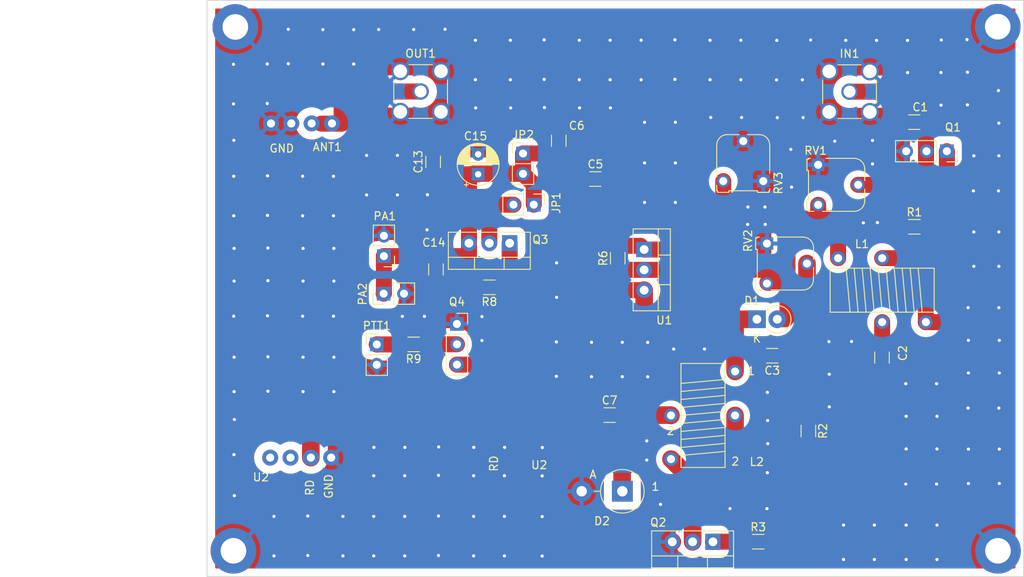
<source format=kicad_pcb>
(kicad_pcb (version 20211014) (generator pcbnew)
  (layers (0 "F.Cu" signal) (31 "B.Cu" signal) (35 "F.Paste" user) (37 "F.SilkS" user "F.Silkscreen") (38 "B.Mask" user) (39 "F.Mask" user) (44 "Edge.Cuts" user))
  (net 0 "")
  (net 1 "GND")
  (net 2 "+VDC")
  (net 3 "Net-(OUT1-Pad1)")
  (net 4 "Net-(C3-Pad1)")
  (net 5 "/DC_BIAS_1")
  (net 6 "/RF_IN_200mW")
  (net 7 "Net-(Q2-Pad1)")
  (net 8 "Net-(R1-Pad1)")
  (net 9 "Net-(C7-Pad2)")
  (net 10 "/8-10mW")
  (net 11 "/RF_OUT")
  (net 12 "/DRAIN")
  (net 15 "Net-(R6-Pad2)")
  (net 16 "Net-(JP1-Pad2)")
  (net 17 "Net-(PTT1-Pad1)")
  (net 18 "Net-(D1-Pad2)")
  (net 19 "Net-(Q3-Pad1)")
  (net 20 "Net-(Q4-Pad2)")
  (net 21 "Net-(L1-Pad3)")
  (net 22 "Net-(Q1-Pad1)")
  (footprint "footprints:uSDX_LPF_Band_Module" (layer "F.Cu") (at -3.255 85.385 90)
    (fp_text reference "U2" (at 0.351 32.345) (layer "F.SilkS"))
    (fp_text value "uSDX_LPF_BAND_MODULE (100v caps)" hide)
    (fp_text user "GND" (at 41.455 34.945) (layer "F.SilkS"))
    (fp_text user "GND" (at -0.795 40.815 270) (layer "F.SilkS"))
    (fp_text user "ANT1" (at 41.635 40.635) (layer "F.SilkS"))
    (pad "1" thru_hole circle (at 2.8 33.5 270) (size 2 2) (drill 1.016) (layers *.Cu *.Mask))
    (pad "2" thru_hole circle (at 2.8 36.04 270) (size 2 2) (drill 1.016) (layers *.Cu *.Mask))
    (pad "3" thru_hole circle (at 2.8 38.58 270) (size 2 2) (drill 1.016) (layers *.Cu *.Mask) (net 11 "/RF_OUT"))
    (pad "4" thru_hole circle (at 2.8 41.12 270) (size 2 2) (drill 1.016) (layers *.Cu *.Mask) (net 1 "GND"))
    (pad "5" thru_hole circle (at 44.58 41.22 270) (size 2 2) (drill 1.016) (layers *.Cu *.Mask) (net 3 "Net-(OUT1-Pad1)"))
    (pad "6" thru_hole circle (at 44.58 38.68 270) (size 2 2) (drill 1.016) (layers *.Cu *.Mask) (net 3 "Net-(OUT1-Pad1)"))
    (pad "7" thru_hole circle (at 44.58 36.14 270) (size 2 2) (drill 1.016) (layers *.Cu *.Mask) (net 1 "GND"))
    (pad "8" thru_hole circle (at 44.58 33.6 270) (size 2 2) (drill 1.016) (layers *.Cu *.Mask) (net 1 "GND"))
  )
  (footprint "Resistor_SMD:R_1206_3216Metric_Pad1.30x1.75mm_HandSolder" (layer "F.Cu") (at 91.21 93.095)
    (fp_text reference "R3" (at 0 -1.82) (layer "F.SilkS"))
    (fp_text value "10")
    (pad "1" smd roundrect (at -1.55 0) (size 1.3 1.75) (layers "F.Cu" "F.Paste" "F.Mask") (roundrect_rratio 0.1923076923) (net 7 "Net-(Q2-Pad1)"))
    (pad "2" smd roundrect (at 1.55 0) (size 1.3 1.75) (layers "F.Cu" "F.Paste" "F.Mask") (roundrect_rratio 0.1923076923) (net 6 "/RF_IN_200mW"))
  )
  (footprint "Capacitor_SMD:C_1206_3216Metric_Pad1.33x1.80mm_HandSolder" (layer "F.Cu") (at 106.67 70.08 90)
    (fp_text reference "C2" (at 0.56 2.6 90) (layer "F.SilkS"))
    (fp_text value "100nF" hide)
    (pad "1" smd roundrect (at -1.5625 0 90) (size 1.325 1.8) (layers "F.Cu" "F.Paste" "F.Mask") (roundrect_rratio 0.1886792453) (net 6 "/RF_IN_200mW"))
    (pad "2" smd roundrect (at 1.5625 0 90) (size 1.325 1.8) (layers "F.Cu" "F.Paste" "F.Mask") (roundrect_rratio 0.1886792453) (net 21 "Net-(L1-Pad3)"))
  )
  (footprint "Capacitor_SMD:C_1206_3216Metric_Pad1.33x1.80mm_HandSolder" (layer "F.Cu") (at 72.644 77.27)
    (fp_text reference "C7" (at 0 -1.85) (layer "F.SilkS"))
    (fp_text value "100nF 100v" hide)
    (pad "1" smd roundrect (at -1.5625 0) (size 1.325 1.8) (layers "F.Cu" "F.Paste" "F.Mask") (roundrect_rratio 0.1886792453) (net 11 "/RF_OUT"))
    (pad "2" smd roundrect (at 1.5625 0) (size 1.325 1.8) (layers "F.Cu" "F.Paste" "F.Mask") (roundrect_rratio 0.1886792453) (net 9 "Net-(C7-Pad2)"))
  )
  (footprint "Package_TO_SOT_THT:TO-220-3_Vertical" (layer "F.Cu") (at 85.555 93.11 180)
    (fp_text reference "Q2" (at 6.842 2.419) (layer "F.SilkS"))
    (fp_text value "IRF510" hide)
    (pad "1" thru_hole rect locked (at 0 0 180) (size 1.905 2) (drill 1.1) (layers *.Cu *.Mask) (net 7 "Net-(Q2-Pad1)"))
    (pad "2" thru_hole oval locked (at 2.54 0 180) (size 1.905 2) (drill 1.1) (layers *.Cu *.Mask) (net 12 "/DRAIN"))
    (pad "3" thru_hole oval locked (at 5.08 0 180) (size 1.905 2) (drill 1.1) (layers *.Cu *.Mask) (net 1 "GND"))
  )
  (footprint "Resistor_SMD:R_1206_3216Metric_Pad1.30x1.75mm_HandSolder" (layer "F.Cu") (at 97.475 79.26 -90)
    (fp_text reference "R2" (at 0 -1.82 -90) (layer "F.SilkS"))
    (fp_text value "3.3k" hide)
    (pad "1" smd roundrect (at -1.55 0 270) (size 1.3 1.75) (layers "F.Cu" "F.Paste" "F.Mask") (roundrect_rratio 0.1923076923) (net 4 "Net-(C3-Pad1)"))
    (pad "2" smd roundrect (at 1.55 0 270) (size 1.3 1.75) (layers "F.Cu" "F.Paste" "F.Mask") (roundrect_rratio 0.1923076923) (net 6 "/RF_IN_200mW"))
  )
  (footprint "Capacitor_SMD:C_1206_3216Metric_Pad1.33x1.80mm_HandSolder" (layer "F.Cu") (at 110.7055 40.64 180)
    (fp_text reference "C1" (at -0.7445 1.87 180) (layer "F.SilkS"))
    (fp_text value "100nF" hide)
    (pad "1" smd roundrect (at -1.5625 0 180) (size 1.325 1.8) (layers "F.Cu" "F.Paste" "F.Mask") (roundrect_rratio 0.1886792453) (net 5 "/DC_BIAS_1"))
    (pad "2" smd roundrect (at 1.5625 0 180) (size 1.325 1.8) (layers "F.Cu" "F.Paste" "F.Mask") (roundrect_rratio 0.1886792453) (net 10 "/8-10mW"))
  )
  (footprint "Connector_PinSocket_2.54mm:PinSocket_1x03_P2.54mm_Vertical" (layer "F.Cu") (at 114.775 44.275 -90)
    (fp_text reference "Q1" (at -2.985 -0.76 180) (layer "F.SilkS"))
    (fp_text value "BS170" hide)
    (pad "1" thru_hole rect locked (at 0 0 270) (size 1.7 1.7) (drill 1) (layers *.Cu *.Mask) (net 22 "Net-(Q1-Pad1)"))
    (pad "2" thru_hole oval locked (at 0 2.54 270) (size 1.7 1.7) (drill 1) (layers *.Cu *.Mask) (net 5 "/DC_BIAS_1"))
    (pad "3" thru_hole oval locked (at 0 5.08 270) (size 1.7 1.7) (drill 1) (layers *.Cu *.Mask) (net 1 "GND"))
  )
  (footprint "Resistor_SMD:R_1206_3216Metric_Pad1.30x1.75mm_HandSolder" (layer "F.Cu") (at 110.718 53.725)
    (fp_text reference "R1" (at 0 -1.82) (layer "F.SilkS"))
    (fp_text value "4.7k")
    (pad "1" smd roundrect (at -1.55 0) (size 1.3 1.75) (layers "F.Cu" "F.Paste" "F.Mask") (roundrect_rratio 0.1923076923) (net 8 "Net-(R1-Pad1)"))
    (pad "2" smd roundrect (at 1.55 0) (size 1.3 1.75) (layers "F.Cu" "F.Paste" "F.Mask") (roundrect_rratio 0.1923076923) (net 5 "/DC_BIAS_1"))
  )
  (footprint "footprints:FT50-43 Transformer" (layer "F.Cu") (at 114.69 61.645 -90)
    (fp_text reference "L1" (at -5.765 10.51 unlocked) (layer "F.SilkS"))
    (fp_text value "L_Ferrite_Coupled" hide)
    (pad "1" thru_hole circle locked (at 4 2.54 270) (size 1.7 1.7) (drill 1) (layers *.Cu *.Mask) (net 22 "Net-(Q1-Pad1)"))
    (pad "2" thru_hole circle locked (at -4 13.5 270) (size 1.7 1.7) (drill 1) (layers *.Cu *.Mask) (net 18 "Net-(D1-Pad2)"))
    (pad "3" thru_hole circle locked (at 4 8 270) (size 1.7 1.7) (drill 1) (layers *.Cu *.Mask) (net 21 "Net-(L1-Pad3)"))
    (pad "4" thru_hole circle locked (at -4 8 270) (size 1.7 1.7) (drill 1) (layers *.Cu *.Mask) (net 22 "Net-(Q1-Pad1)"))
  )
  (footprint "Diode_THT:D_DO-41_SOD81_P2.54mm_Vertical_KathodeUp" (layer "F.Cu") (at 91.05 65.285)
    (fp_text reference "D1" (at -0.61 -2.325) (layer "F.SilkS"))
    (fp_text value "1N4007" hide)
    (fp_text user "K" (at -0.01 2.415) (layer "F.SilkS"))
    (pad "1" thru_hole rect (at 0 0) (size 2.2 2.2) (drill 1.1) (layers *.Cu *.Mask) (net 2 "+VDC"))
    (pad "2" thru_hole oval (at 2.54 0) (size 2.2 2.2) (drill 1.1) (layers *.Cu *.Mask) (net 18 "Net-(D1-Pad2)"))
  )
  (footprint "footprints:FT50-43 Transformer" (layer "F.Cu") (at 84.315 85.31 180)
    (fp_text reference "L2" (at -6.71 2.195 unlocked) (layer "F.SilkS"))
    (fp_text value "L_Ferrite_Coupled" hide)
    (pad "1" thru_hole circle locked (at 4 2.54 180) (size 1.7 1.7) (drill 1) (layers *.Cu *.Mask) (net 12 "/DRAIN"))
    (pad "2" thru_hole circle locked (at -4 13.5 180) (size 1.7 1.7) (drill 1) (layers *.Cu *.Mask) (net 2 "+VDC"))
    (pad "3" thru_hole circle locked (at 4 8 180) (size 1.7 1.7) (drill 1) (layers *.Cu *.Mask) (net 9 "Net-(C7-Pad2)"))
    (pad "4" thru_hole circle locked (at -4 8 180) (size 1.7 1.7) (drill 1) (layers *.Cu *.Mask) (net 12 "/DRAIN"))
  )
  (footprint "Potentiometer_THT:Potentiometer_Runtron_RM-065_Vertical" (layer "F.Cu") (at 92.3 60.82 90)
    (fp_text reference "RV2" (at 5.35 -2.37 270) (layer "F.SilkS"))
    (fp_text value "5k")
    (pad "1" thru_hole rect (at 5 0 90) (size 1.56 1.56) (drill 1) (layers *.Cu *.Mask) (net 1 "GND"))
    (pad "2" thru_hole circle (at 2.5 5 90) (size 1.56 1.56) (drill 1) (layers *.Cu *.Mask) (net 4 "Net-(C3-Pad1)"))
    (pad "3" thru_hole circle (at 0 0 90) (size 1.56 1.56) (drill 1) (layers *.Cu *.Mask) (net 18 "Net-(D1-Pad2)"))
  )
  (footprint "Potentiometer_THT:Potentiometer_Runtron_RM-065_Vertical" (layer "F.Cu") (at 98.7 50.98 90)
    (fp_text reference "RV1" (at 6.77 -0.32 180) (layer "F.SilkS"))
    (fp_text value "5k")
    (pad "1" thru_hole rect (at 5 0 90) (size 1.56 1.56) (drill 1) (layers *.Cu *.Mask) (net 1 "GND"))
    (pad "2" thru_hole circle (at 2.5 5 90) (size 1.56 1.56) (drill 1) (layers *.Cu *.Mask) (net 8 "Net-(R1-Pad1)"))
    (pad "3" thru_hole circle (at 0 0 90) (size 1.56 1.56) (drill 1) (layers *.Cu *.Mask) (net 18 "Net-(D1-Pad2)"))
  )
  (footprint "Capacitor_SMD:C_1206_3216Metric_Pad1.33x1.80mm_HandSolder" (layer "F.Cu") (at 92.964 69.85 180)
    (fp_text reference "C3" (at 0 -1.85) (layer "F.SilkS"))
    (fp_text value "100nF" hide)
    (pad "1" smd roundrect (at -1.5625 0 180) (size 1.325 1.8) (layers "F.Cu" "F.Paste" "F.Mask") (roundrect_rratio 0.1886792453) (net 4 "Net-(C3-Pad1)"))
    (pad "2" smd roundrect (at 1.5625 0 180) (size 1.325 1.8) (layers "F.Cu" "F.Paste" "F.Mask") (roundrect_rratio 0.1886792453) (net 1 "GND"))
  )
  (footprint "Capacitor_SMD:C_1206_3216Metric_Pad1.33x1.80mm_HandSolder" (layer "F.Cu") (at 70.866 47.752)
    (fp_text reference "C5" (at 0 -1.85) (layer "F.SilkS"))
    (fp_text value "10uF 50v" hide)
    (pad "1" smd roundrect (at -1.5625 0) (size 1.325 1.8) (layers "F.Cu" "F.Paste" "F.Mask") (roundrect_rratio 0.1886792453) (net 2 "+VDC"))
    (pad "2" smd roundrect (at 1.5625 0) (size 1.325 1.8) (layers "F.Cu" "F.Paste" "F.Mask") (roundrect_rratio 0.1886792453) (net 1 "GND"))
  )
  (footprint "Package_TO_SOT_THT:TO-220-3_Vertical" (layer "F.Cu") (at 76.96 56.57 -90)
    (fp_text reference "U1" (at 8.84 -2.51) (layer "F.SilkS"))
    (fp_text value "LM317_TO-220" hide)
    (pad "1" thru_hole rect locked (at 0 0 270) (size 1.905 2) (drill 1.1) (layers *.Cu *.Mask) (net 15 "Net-(R6-Pad2)"))
    (pad "2" thru_hole oval locked (at 2.54 0 270) (size 1.905 2) (drill 1.1) (layers *.Cu *.Mask) (net 18 "Net-(D1-Pad2)"))
    (pad "3" thru_hole oval locked (at 5.08 0 270) (size 1.905 2) (drill 1.1) (layers *.Cu *.Mask) (net 2 "+VDC"))
  )
  (footprint "Diode_THT:D_DO-201_P5.08mm_Vertical_AnodeUp" (layer "F.Cu") (at 74.235 86.79 180)
    (fp_text reference "D2" (at 2.54 -3.725) (layer "F.SilkS"))
    (fp_text value "75v 5W" hide)
    (fp_text user "A" (at 3.67 2.105) (layer "F.SilkS"))
    (pad "1" thru_hole rect locked (at 0 0 180) (size 2.6 2.6) (drill 1.3) (layers *.Cu *.Mask) (net 9 "Net-(C7-Pad2)"))
    (pad "2" thru_hole oval locked (at 5.08 0 180) (size 2.6 2.6) (drill 1.3) (layers *.Cu *.Mask) (net 1 "GND"))
  )
  (footprint "MountingHole:MountingHole_3.2mm_M3_ISO7380_Pad" (layer "F.Cu") (at 25.654 94.234)
    (fp_text reference "H3" hide)
    (fp_text value "MountingHole_Pad" hide)
    (pad "1" thru_hole circle (at 0 0) (size 5.7 5.7) (drill 3.2) (layers *.Cu *.Mask) (net 1 "GND"))
  )
  (footprint "Capacitor_SMD:C_1206_3216Metric_Pad1.33x1.80mm_HandSolder" (layer "F.Cu") (at 50.95 59.05 -90)
    (fp_text reference "C14" (at -3.35 0.26) (layer "F.SilkS"))
    (fp_text value "100nF" hide)
    (pad "1" smd roundrect (at -1.5625 0 270) (size 1.325 1.8) (layers "F.Cu" "F.Paste" "F.Mask") (roundrect_rratio 0.1886792453) (net 2 "+VDC"))
    (pad "2" smd roundrect (at 1.5625 0 270) (size 1.325 1.8) (layers "F.Cu" "F.Paste" "F.Mask") (roundrect_rratio 0.1886792453) (net 1 "GND"))
  )
  (footprint "Connector_Coaxial:SMA_Amphenol_901-144_Vertical" (layer "F.Cu") (at 102.616 36.83)
    (fp_text reference "IN1" (at 0 -4.75) (layer "F.SilkS"))
    (fp_text value "SMA" hide)
    (pad "1" thru_hole circle locked (at 0 0) (size 2.05 2.05) (drill 1.5) (layers *.Cu *.Mask) (net 10 "/8-10mW"))
    (pad "2" thru_hole circle locked (at -2.54 2.54) (size 2.25 2.25) (drill 1.7) (layers *.Cu *.Mask) (net 1 "GND"))
    (pad "2" thru_hole circle locked (at 2.54 2.54) (size 2.25 2.25) (drill 1.7) (layers *.Cu *.Mask) (net 1 "GND"))
    (pad "2" thru_hole circle locked (at -2.54 -2.54) (size 2.25 2.25) (drill 1.7) (layers *.Cu *.Mask) (net 1 "GND"))
    (pad "2" thru_hole circle locked (at 2.54 -2.54) (size 2.25 2.25) (drill 1.7) (layers *.Cu *.Mask) (net 1 "GND"))
  )
  (footprint "Package_TO_SOT_THT:TO-220-3_Vertical" (layer "F.Cu") (at 60.16 55.775 180)
    (fp_text reference "Q3" (at -3.84 0.445) (layer "F.SilkS"))
    (fp_text value "IRF9540N" hide)
    (pad "1" thru_hole rect (at 0 0 180) (size 1.905 2) (drill 1.1) (layers *.Cu *.Mask) (net 19 "Net-(Q3-Pad1)"))
    (pad "2" thru_hole oval (at 2.54 0 180) (size 1.905 2) (drill 1.1) (layers *.Cu *.Mask) (net 16 "Net-(JP1-Pad2)"))
    (pad "3" thru_hole oval (at 5.08 0 180) (size 1.905 2) (drill 1.1) (layers *.Cu *.Mask) (net 2 "+VDC"))
  )
  (footprint "Connector_PinHeader_2.54mm:PinHeader_1x02_P2.54mm_Vertical" (layer "F.Cu") (at 43.56 68.435)
    (fp_text reference "PTT1" (at 0 -2.33) (layer "F.SilkS"))
    (fp_text value "PTT")
    (pad "1" thru_hole rect (at 0 0) (size 1.7 1.7) (drill 1) (layers *.Cu *.Mask) (net 17 "Net-(PTT1-Pad1)"))
    (pad "2" thru_hole oval (at 0 2.54) (size 1.7 1.7) (drill 1) (layers *.Cu *.Mask) (net 1 "GND"))
  )
  (footprint "Capacitor_THT:CP_Radial_D5.0mm_P2.50mm" (layer "F.Cu") (at 56.22 47.165112 90)
    (fp_text reference "C15" (at 4.775112 -0.32 180) (layer "F.SilkS"))
    (fp_text value "22uF 25v" hide)
    (pad "1" thru_hole rect (at 0 0 90) (size 1.6 1.6) (drill 0.8) (layers *.Cu *.Mask) (net 2 "+VDC"))
    (pad "2" thru_hole circle (at 2.5 0 90) (size 1.6 1.6) (drill 0.8) (layers *.Cu *.Mask) (net 1 "GND"))
  )
  (footprint "Connector_PinHeader_2.54mm:PinHeader_1x02_P2.54mm_Vertical" (layer "F.Cu") (at 63.175 50.96 -90)
    (fp_text reference "JP1" (at -0.21 -2.805 90) (layer "F.SilkS"))
    (fp_text value "Jumper_2_Open" hide)
    (pad "1" thru_hole rect (at 0 0 270) (size 1.7 1.7) (drill 1) (layers *.Cu *.Mask) (net 2 "+VDC"))
    (pad "2" thru_hole oval (at 0 2.54 270) (size 1.7 1.7) (drill 1) (layers *.Cu *.Mask) (net 16 "Net-(JP1-Pad2)"))
  )
  (footprint "Potentiometer_THT:Potentiometer_Runtron_RM-065_Vertical" (layer "F.Cu") (at 91.84 48.01 180)
    (fp_text reference "RV3" (at -1.886 -0.25 270) (layer "F.SilkS"))
    (fp_text value "5k" hide)
    (pad "1" thru_hole rect (at 0 0 180) (size 1.56 1.56) (drill 1) (layers *.Cu *.Mask) (net 1 "GND"))
    (pad "2" thru_hole circle (at 2.5 5 180) (size 1.56 1.56) (drill 1) (layers *.Cu *.Mask) (net 1 "GND"))
    (pad "3" thru_hole circle (at 5 0 180) (size 1.56 1.56) (drill 1) (layers *.Cu *.Mask) (net 15 "Net-(R6-Pad2)"))
  )
  (footprint "Resistor_SMD:R_1206_3216Metric_Pad1.30x1.75mm_HandSolder" (layer "F.Cu") (at 48.1575 68.43 180)
    (fp_text reference "R9" (at 0 -1.82 180) (layer "F.SilkS"))
    (fp_text value "4.7k" hide)
    (pad "1" smd roundrect (at -1.55 0 180) (size 1.3 1.75) (layers "F.Cu" "F.Paste" "F.Mask") (roundrect_rratio 0.1923076923) (net 20 "Net-(Q4-Pad2)"))
    (pad "2" smd roundrect (at 1.55 0 180) (size 1.3 1.75) (layers "F.Cu" "F.Paste" "F.Mask") (roundrect_rratio 0.1923076923) (net 17 "Net-(PTT1-Pad1)"))
  )
  (footprint "Capacitor_SMD:C_1206_3216Metric_Pad1.33x1.80mm_HandSolder" (layer "F.Cu") (at 50.6 45.5975 90)
    (fp_text reference "C13" (at 0 -1.85 90) (layer "F.SilkS"))
    (fp_text value "100nF" hide)
    (pad "1" smd roundrect (at -1.5625 0 90) (size 1.325 1.8) (layers "F.Cu" "F.Paste" "F.Mask") (roundrect_rratio 0.1886792453) (net 2 "+VDC"))
    (pad "2" smd roundrect (at 1.5625 0 90) (size 1.325 1.8) (layers "F.Cu" "F.Paste" "F.Mask") (roundrect_rratio 0.1886792453) (net 1 "GND"))
  )
  (footprint "Connector_PinSocket_2.54mm:PinSocket_1x03_P2.54mm_Vertical" (layer "F.Cu") (at 53.575 65.875)
    (fp_text reference "Q4" (at 0 -2.77) (layer "F.SilkS"))
    (fp_text value "2N3904")
    (pad "1" thru_hole rect (at 0 0) (size 1.7 1.7) (drill 1) (layers *.Cu *.Mask) (net 1 "GND"))
    (pad "2" thru_hole oval (at 0 2.54) (size 1.7 1.7) (drill 1) (layers *.Cu *.Mask) (net 20 "Net-(Q4-Pad2)"))
    (pad "3" thru_hole oval (at 0 5.08) (size 1.7 1.7) (drill 1) (layers *.Cu *.Mask) (net 19 "Net-(Q3-Pad1)"))
  )
  (footprint "Resistor_SMD:R_1206_3216Metric_Pad1.30x1.75mm_HandSolder" (layer "F.Cu") (at 73.66 57.658 90)
    (fp_text reference "R6" (at 0 -1.82 90) (layer "F.SilkS"))
    (fp_text value "220" hide)
    (pad "1" smd roundrect (at -1.55 0 90) (size 1.3 1.75) (layers "F.Cu" "F.Paste" "F.Mask") (roundrect_rratio 0.1923076923) (net 18 "Net-(D1-Pad2)"))
    (pad "2" smd roundrect (at 1.55 0 90) (size 1.3 1.75) (layers "F.Cu" "F.Paste" "F.Mask") (roundrect_rratio 0.1923076923) (net 15 "Net-(R6-Pad2)"))
  )
  (footprint "Capacitor_SMD:C_1206_3216Metric_Pad1.33x1.80mm_HandSolder" (layer "F.Cu") (at 66.294 42.9645 90)
    (fp_text reference "C6" (at 1.88 2.25 180) (layer "F.SilkS"))
    (fp_text value "100nF" hide)
    (pad "1" smd roundrect (at -1.5625 0 90) (size 1.325 1.8) (layers "F.Cu" "F.Paste" "F.Mask") (roundrect_rratio 0.1886792453) (net 2 "+VDC"))
    (pad "2" smd roundrect (at 1.5625 0 90) (size 1.325 1.8) (layers "F.Cu" "F.Paste" "F.Mask") (roundrect_rratio 0.1886792453) (net 1 "GND"))
  )
  (footprint "Connector_PinHeader_2.54mm:PinHeader_1x02_P2.54mm_Vertical" (layer "F.Cu") (at 44.45 57.39 180)
    (fp_text reference "PA1" (at -0.11 4.995 180) (layer "F.SilkS"))
    (fp_text value "VDC" hide)
    (pad "1" thru_hole rect (at 0 0 180) (size 1.7 1.7) (drill 1) (layers *.Cu *.Mask) (net 2 "+VDC"))
    (pad "2" thru_hole oval (at 0 2.54 180) (size 1.7 1.7) (drill 1) (layers *.Cu *.Mask) (net 1 "GND"))
  )
  (footprint "Connector_PinHeader_2.54mm:PinHeader_1x02_P2.54mm_Vertical" (layer "F.Cu") (at 61.83 44.56)
    (fp_text reference "JP2" (at 0 -2.33) (layer "F.SilkS"))
    (fp_text value "Jumper_2_Open" hide)
    (pad "1" thru_hole rect (at 0 0) (size 1.7 1.7) (drill 1) (layers *.Cu *.Mask) (net 2 "+VDC"))
    (pad "2" thru_hole oval (at 0 2.54) (size 1.7 1.7) (drill 1) (layers *.Cu *.Mask) (net 2 "+VDC"))
  )
  (footprint "Connector_PinHeader_2.54mm:PinHeader_1x02_P2.54mm_Vertical" (layer "F.Cu") (at 44.42 62.08 90)
    (fp_text reference "PA2" (at -0.05 -2.63 90) (layer "F.SilkS"))
    (fp_text value "VDC" hide)
    (pad "1" thru_hole rect (at 0 0 90) (size 1.7 1.7) (drill 1) (layers *.Cu *.Mask) (net 2 "+VDC"))
    (pad "2" thru_hole oval (at 0 2.54 90) (size 1.7 1.7) (drill 1) (layers *.Cu *.Mask) (net 1 "GND"))
  )
  (footprint "Resistor_SMD:R_1206_3216Metric_Pad1.30x1.75mm_HandSolder" (layer "F.Cu") (at 57.625 61.29 180)
    (fp_text reference "R8" (at 0 -1.82 180) (layer "F.SilkS"))
    (fp_text value "4.7k" hide)
    (pad "1" smd roundrect (at -1.55 0 180) (size 1.3 1.75) (layers "F.Cu" "F.Paste" "F.Mask") (roundrect_rratio 0.1923076923) (net 19 "Net-(Q3-Pad1)"))
    (pad "2" smd roundrect (at 1.55 0 180) (size 1.3 1.75) (layers "F.Cu" "F.Paste" "F.Mask") (roundrect_rratio 0.1923076923) (net 2 "+VDC"))
  )
  (footprint "Connector_Coaxial:SMA_Amphenol_901-144_Vertical" (layer "F.Cu") (at 49.04 36.81)
    (fp_text reference "OUT1" (at 0 -4.75) (layer "F.SilkS"))
    (fp_text value "SMA" hide)
    (pad "1" thru_hole circle locked (at 0 0) (size 2.05 2.05) (drill 1.5) (layers *.Cu *.Mask) (net 3 "Net-(OUT1-Pad1)"))
    (pad "2" thru_hole circle locked (at 2.54 2.54) (size 2.25 2.25) (drill 1.7) (layers *.Cu *.Mask) (net 1 "GND"))
    (pad "2" thru_hole circle locked (at -2.54 -2.54) (size 2.25 2.25) (drill 1.7) (layers *.Cu *.Mask) (net 1 "GND"))
    (pad "2" thru_hole circle locked (at 2.54 -2.54) (size 2.25 2.25) (drill 1.7) (layers *.Cu *.Mask) (net 1 "GND"))
    (pad "2" thru_hole circle locked (at -2.54 2.54) (size 2.25 2.25) (drill 1.7) (layers *.Cu *.Mask) (net 1 "GND"))
  )
  (footprint "MountingHole:MountingHole_3.2mm_M3_ISO7380_Pad" (layer "F.Cu") (at 25.89 28.74)
    (fp_text reference "H1" hide)
    (fp_text value "MountingHole_Pad" hide)
    (pad "1" thru_hole circle (at 0 0) (size 5.7 5.7) (drill 3.2) (layers *.Cu *.Mask) (net 1 "GND"))
  )
  (footprint "MountingHole:MountingHole_3.2mm_M3_ISO7380_Pad" (layer "F.Cu") (at 121.13 28.71)
    (fp_text reference "H2" hide)
    (fp_text value "MountingHole_Pad" hide)
    (pad "1" thru_hole circle (at 0 0) (size 5.7 5.7) (drill 3.2) (layers *.Cu *.Mask) (net 1 "GND"))
  )
  (footprint "MountingHole:MountingHole_3.2mm_M3_ISO7380_Pad" (layer "F.Cu") (at 121.158 94.234)
    (fp_text reference "H4" hide)
    (fp_text value "MountingHole_Pad" hide)
    (pad "1" thru_hole circle (at 0 0) (size 5.7 5.7) (drill 3.2) (layers *.Cu *.Mask) (net 1 "GND"))
  )
  (gr_rect (start 22.36 25.42) (end 124.36 97.46) (layer "Edge.Cuts") (width 0.1) (fill none))
  (gr_text "1" (at 90.315 71.76) (layer "F.SilkS") (effects (font (size 1 1))))
  (gr_text "U2" (at 63.855 83.515) (layer "F.SilkS") (effects (font (size 1 1))))
  (gr_text "2" (at 88.345 83.07) (layer "F.SilkS") (effects (font (size 1 1))))
  (gr_text "RD" (at 35.2 86.34 90) (layer "F.SilkS") (effects (font (size 1 1))))
  (gr_text "2" (at 80.264 79.248) (layer "F.SilkS") (effects (font (size 1 1))))
  (gr_text "1" (at 78.375 86.215) (layer "F.SilkS") (effects (font (size 1 1))))
  (gr_text "RD" (at 58.185 83.325 90) (layer "F.SilkS") (effects (font (size 1 1))))
  (segment (start 69.40501 93.11) (end 69.385 93.08999) (width 2) (layer "F.Cu") (net 1))
  (segment (start 80.475 93.11) (end 69.40501 93.11) (width 2.2) (layer "F.Cu") (net 1))
  (segment (start 69.155 86.79) (end 69.155 92.85999) (width 2.2) (layer "F.Cu") (net 1))
  (via (at 39.33 94.87) (size 0.8) (drill 0.4) (layers "F.Cu" "B.Cu") (net 1))
  (via (at 70.38 68.17) (size 0.8) (drill 0.4) (layers "F.Cu" "B.Cu") (net 1))
  (via (at 100.09 72.16) (size 0.8) (drill 0.4) (layers "F.Cu" "B.Cu") (net 1))
  (via (at 36.83 29.08) (size 0.8) (drill 0.4) (layers "F.Cu" "B.Cu") (net 1))
  (via (at 29.91 47.36) (size 0.8) (drill 0.4) (layers "F.Cu" "B.Cu") (net 1))
  (via (at 38.2 60.51) (size 0.8) (drill 0.4) (layers "F.Cu" "B.Cu") (net 1))
  (via (at 64.24 81.32) (size 0.8) (drill 0.4) (layers "F.Cu" "B.Cu") (net 1))
  (via (at 25.66 33.42) (size 0.8) (drill 0.4) (layers "F.Cu" "B.Cu") (net 1))
  (via (at 96.73 35.35) (size 0.8) (drill 0.4) (layers "F.Cu" "B.Cu") (net 1))
  (via (at 39.33 89.93) (size 0.8) (drill 0.4) (layers "F.Cu" "B.Cu") (net 1))
  (via (at 117.34 38.48) (size 0.8) (drill 0.4) (layers "F.Cu" "B.Cu") (net 1))
  (via (at 46.14 44.8) (size 0.8) (drill 0.4) (layers "F.Cu" "B.Cu") (net 1))
  (via (at 43.8 29.06) (size 0.8) (drill 0.4) (layers "F.Cu" "B.Cu") (net 1))
  (via (at 77.01 40.66) (size 0.8) (drill 0.4) (layers "F.Cu" "B.Cu") (net 1))
  (via (at 117.47 72) (size 0.8) (drill 0.4) (layers "F.Cu" "B.Cu") (net 1))
  (via (at 92.38 77.95) (size 0.8) (drill 0.4) (layers "F.Cu" "B.Cu") (net 1))
  (via (at 117.47 81.52) (size 0.8) (drill 0.4) (layers "F.Cu" "B.Cu") (net 1))
  (via (at 34.35 74.33) (size 0.8) (drill 0.4) (layers "F.Cu" "B.Cu") (net 1))
  (via (at 77.01 50.68) (size 0.8) (drill 0.4) (layers "F.Cu" "B.Cu") (net 1))
  (via (at 109.86 30.42) (size 0.8) (drill 0.4) (layers "F.Cu" "B.Cu") (net 1))
  (via (at 43.18 84.85) (size 0.8) (drill 0.4) (layers "F.Cu" "B.Cu") (net 1))
  (via (at 117.29 30.32) (size 0.8) (drill 0.4) (layers "F.Cu" "B.Cu") (net 1))
  (via (at 52.09 29.03) (size 0.8) (drill 0.4) (layers "F.Cu" "B.Cu") (net 1))
  (via (at 59.51 94.87) (size 0.8) (drill 0.4) (layers "F.Cu" "B.Cu") (net 1))
  (via (at 49.52 64.92) (size 0.8) (drill 0.4) (layers "F.Cu" "B.Cu") (net 1))
  (via (at 55.66 89.93) (size 0.8) (drill 0.4) (layers "F.Cu" "B.Cu") (net 1))
  (via (at 32.51 33.33) (size 0.8) (drill 0.4) (layers "F.Cu" "B.Cu") (net 1))
  (via (at 66.02 62.54) (size 0.8) (drill 0.4) (layers "F.Cu" "B.Cu") (net 1))
  (via (at 32.51 29.03) (size 0.8) (drill 0.4) (layers "F.Cu" "B.Cu") (net 1))
  (via (at 114.04 38.52) (size 0.8) (drill 0.4) (layers "F.Cu" "B.Cu") (net 1))
  (via (at 89.92 51.25) (size 0.8) (drill 0.4) (layers "F.Cu" "B.Cu") (net 1))
  (via (at 38.2 74.33) (size 0.8) (drill 0.4) (layers "F.Cu" "B.Cu") (net 1))
  (via (at 121.27 76.39) (size 0.8) (drill 0.4) (layers "F.Cu" "B.Cu") (net 1))
  (via (at 114.04 34.44) (size 0.8) (drill 0.4) (layers "F.Cu" "B.Cu") (net 1))
  (via (at 76.58 30.4) (size 0.8) (drill 0.4) (layers "F.Cu" "B.Cu") (net 1))
  (via (at 68.86 35.34) (size 0.8) (drill 0.4) (layers "F.Cu" "B.Cu") (net 1))
  (via (at 34.35 60.51) (size 0.8) (drill 0.4) (layers "F.Cu" "B.Cu") (net 1))
  (via (at 38.2 70.03) (size 0.8) (drill 0.4) (layers "F.Cu" "B.Cu") (net 1))
  (via (at 25.74 60.51) (size 0.8) (drill 0.4) (layers "F.Cu" "B.Cu") (net 1))
  (via (at 64.22 94.89) (size 0.8) (drill 0.4) (layers "F.Cu" "B.Cu") (net 1))
  (via (at 105.72 95.32) (size 0.8) (drill 0.4) (layers "F.Cu" "B.Cu") (net 1))
  (via (at 40.68 33.38) (size 0.8) (drill 0.4) (layers "F.Cu" "B.Cu") (net 1))
  (via (at 25.77 87.34) (size 0.8) (drill 0.4) (layers "F.Cu" "B.Cu") (net 1))
  (via (at 113.54 77.42) (size 0.8) (drill 0.4) (layers "F.Cu" "B.Cu") (net 1))
  (via (at 48.17 29.06) (size 0.8) (drill 0.4) (layers "F.Cu" "B.Cu") (net 1))
  (via (at 80.8 35.29) (size 0.8) (drill 0.4) (layers "F.Cu" "B.Cu") (net 1))
  (via (at 34.3 47.41) (size 0.8) (drill 0.4) (layers "F.Cu" "B.Cu") (net 1))
  (via (at 101.87 91.02) (size 0.8) (drill 0.4) (layers "F.Cu" "B.Cu") (net 1))
  (via (at 109.69 77.42) (size 0.8) (drill 0.4) (layers "F.Cu" "B.Cu") (net 1))
  (via (at 64.22 89.95) (size 0.8) (drill 0.4) (layers "F.Cu" "B.Cu") (net 1))
  (via (at 121.27 40.77) (size 0.8) (drill 0.4) (layers "F.Cu" "B.Cu") (net 1))
  (via (at 30.72 89.93) (size 0.8) (drill 0.4) (layers "F.Cu" "B.Cu") (net 1))
  (via (at 25.69 64.9) (size 0.8) (drill 0.4) (layers "F.Cu" "B.Cu") (net 1))
  (via (at 77.4 72.48) (size 0.8) (drill 0.4) (layers "F.Cu" "B.Cu") (net 1))
  (via (at 76.58 35.34) (size 0.8) (drill 0.4) (layers "F.Cu" "B.Cu") (net 1))
  (via (at 64.47 35.29) (size 0.8) (drill 0.4) (layers "F.Cu" "B.Cu") (net 1))
  (via (at 36.83 33.38) (size 0.8) (drill 0.4) (layers "F.Cu" "B.Cu") (net 1))
  (via (at 40.68 29.08) (size 0.8) (drill 0.4) (layers "F.Cu" "B.Cu") (net 1))
  (via (at 66.02 58.24) (size 0.8) (drill 0.4) (layers "F.Cu" "B.Cu") (net 1))
  (via (at 59.51 89.93) (size 0.8) (drill 0.4) (layers "F.Cu" "B.Cu") (net 1))
  (via (at 106.1 53.2) (size 0.8) (drill 0.4) (layers "F.Cu" "B.Cu") (net 1))
  (via (at 87.69 88.96) (size 0.8) (drill 0.4) (layers "F.Cu" "B.Cu") (net 1))
  (via (at 65.99 72.42) (size 0.8) (drill 0.4) (layers "F.Cu" "B.Cu") (net 1))
  (via (at 51.27 94.82) (size 0.8) (drill 0.4) (layers "F.Cu" "B.Cu") (net 1))
  (via (at 29.96 74.28) (size 0.8) (drill 0.4) (layers "F.Cu" "B.Cu") (net 1))
  (via (at 29.91 52.3) (size 0.8) (drill 0.4) (layers "F.Cu" "B.Cu") (net 1))
  (via (at 84.5 69.01) (size 0.8) (drill 0.4) (layers "F.Cu" "B.Cu") (net 1))
  (via (at 42.29 49.74) (size 0.8) (drill 0.4) (layers "F.Cu" "B.Cu") (net 1))
  (via (at 105.99 30.42) (size 0.8) (drill 0.4) (layers "F.Cu" "B.Cu") (net 1))
  (via (at 85.19 30.4) (size 0.8) (drill 0.4) (layers "F.Cu" "B.Cu") (net 1))
  (via (at 113.54 95.32) (size 0.8) (drill 0.4) (layers "F.Cu" "B.Cu") (net 1))
  (via (at 70.38 72.47) (size 0.8) (drill 0.4) (layers "F.Cu" "B.Cu") (net 1))
  (via (at 25.69 52.35) (size 0.8) (drill 0.4) (layers "F.Cu" "B.Cu") (net 1))
  (via (at 30.72 94.87) (size 0.8) (drill 0.4) (layers "F.Cu" "B.Cu") (net 1))
  (via (at 117.42 63.84) (size 0.8) (drill 0.4) (layers "F.Cu" "B.Cu") (net 1))
  (via (at 104.34 53.23) (size 0.8) (drill 0.4) (layers "F.Cu" "B.Cu") (net 1))
  (via (at 109.69 91.02) (size 0.8) (drill 0.4) (layers "F.Cu" "B.Cu") (net 1))
  (via (at 43.18 89.93) (size 0.8) (drill 0.4) (layers "F.Cu" "B.Cu") (net 1))
  (via (at 102.87 68.07) (size 0.8) (drill 0.4) (layers "F.Cu" "B.Cu") (net 1))
  (via (at 56.7 67.94) (size 0.8) (drill 0.4) (layers "F.Cu" "B.Cu") (net 1))
  (via (at 113.49 73.34) (size 0.8) (drill 0.4) (layers "F.Cu" "B.Cu") (net 1))
  (via (at 55.66 84.85) (size 0.8) (drill 0.4) (layers "F.Cu" "B.Cu") (net 1))
  (via (at 29.88 33.37) (size 0.8) (drill 0.4) (layers "F.Cu" "B.Cu") (net 1))
  (via (at 121.22 49.24) (size 0.8) (drill 0.4) (layers "F.Cu" "B.Cu") (net 1))
  (via (at 121.22 36.69) (size 0.8) (drill 0.4) (layers "F.Cu" "B.Cu") (net 1))
  (via (at 114.08 30.37) (size 0.8) (drill 0.4) (layers "F.Cu" "B.Cu") (net 1))
  (via (at 34.3 64.9) (size 0.8) (drill 0.4) (layers "F.Cu" "B.Cu") (net 1))
  (via (at 43.2 81.3) (size 0.8) (drill 0.4) (layers "F.Cu" "B.Cu") (net 1))
  (via (at 109.69 95.32) (size 0.8) (drill 0.4) (layers "F.Cu" "B.Cu") (net 1))
  (via (at 79.006645 88.427468) (size 0.8) (drill 0.4) (layers "F.Cu" "B.Cu") (net 1))
  (via (at 29.96 60.46) (size 0.8) (drill 0.4) (layers "F.Cu" "B.Cu") (net 1))
  (via (at 121.27 58.67) (size 0.8) (drill 0.4) (layers "F.Cu" "B.Cu") (net 1))
  (via (at 109.87 34.45) (size 0.8) (drill 0.4) (layers "F.Cu" "B.Cu") (net 1))
  (via (at 38.15 47.41) (size 0.8) (drill 0.4) (layers "F.Cu" "B.Cu") (net 1))
  (via (at 100.77 43.02) (size 0.8) (drill 0.4) (layers "F.Cu" "B.Cu") (net 1))
  (via (at 55.68 81.3) (size 0.8) (drill 0.4) (layers "F.Cu" "B.Cu") (net 1))
  (via (at 74.23 72.47) (size 0.8) (drill 0.4) (layers "F.Cu" "B.Cu") (net 1))
  (via (at 68.9 38.86) (size 0.8) (drill 0.4) (layers "F.Cu" "B.Cu") (net 1))
  (via (at 72.71 30.4) (size 0.8) (drill 0.4) (layers "F.Cu" "B.Cu") (net 1))
  (via (at 25.72 82.21) (size 0.8) (drill 0.4) (layers "F.Cu" "B.Cu") (net 1))
  (via (at 80.8 30.35) (size 0.8) (drill 0.4) (layers "F.Cu" "B.Cu") (net 1))
  (via (at 42.29 44.8) (size 0.8) (drill 0.4) (layers "F.Cu" "B.Cu") (net 1))
  (via (at 25.66 38.36) (size 0.8) (drill 0.4) (layers "F.Cu" "B.Cu") (net 1))
  (via (at 47.05 89.93) (size 0.8) (drill 0.4) (layers "F.Cu" "B.Cu") (net 1))
  (via (at 77.29 82.89) (size 0.8) (drill 0.4) (layers "F.Cu" "B.Cu") (net 1))
  (via (at 55.92 38.86) (size 0.8) (drill 0.4) (layers "F.Cu" "B.Cu") (net 1))
  (via (at 25.74 70.03) (size 0.8) (drill 0.4) (layers "F.Cu" "B.Cu") (net 1))
  (via (at 89.88 53.43) (size 0.8) (drill 0.4) (layers "F.Cu" "B.Cu") (net 1))
  (via (at 121.32 72) (size 0.8) (drill 0.4) (layers "F.Cu" "B.Cu") (net 1))
  (via (at 47.05 94.87) (size 0.8) (drill 0.4) (layers "F.Cu" "B.Cu") (net 1))
  (via (at 93.5 35.36) (size 0.8) (drill 0.4) (layers "F.Cu" "B.Cu") (net 1))
  (via (at 113.49 85.89) (size 0.8) (drill 0.4) (layers "F.Cu" "B.Cu") (net 1))
  (via (at 105.72 91.02) (size 0.8) (drill 0.4) (layers "F.Cu" "B.Cu") (net 1))
  (via (at 100.04 68.08) (size 0.8) (drill 0.4) (layers "F.Cu" "B.Cu") (net 1))
  (via (at 59.53 81.3) (size 0.8) (drill 0.4) (layers "F.Cu" "B.Cu") (net 1))
  (via (at 38.2 56.43) (size 0.8) (drill 0.4) (layers "F.Cu" "B.Cu") (net 1))
  (via (at 118.14 44.85) (size 0.8) (drill 0.4) (layers "F.Cu" "B.Cu") (net 1))
  (via (at 77.4 68.18) (size 0.8) (drill 0.4) (layers "F.Cu" "B.Cu") (net 1))
  (via (at 68.86 30.4) (size 0.8) (drill 0.4) (layers "F.Cu" "B.Cu") (net 1))
  (via (at 85.19 35.34) (size 0.8) (drill 0.4) (layers "F.Cu" "B.Cu") (net 1))
  (via (at 29.96 56.38) (size 0.8) (drill 0.4) (layers "F.Cu" "B.Cu") (net 1))
  (via (at 29.96 69.98) (size 0.8) (drill 0.4) (layers "F.Cu" "B.Cu") (net 1))
  (via (at 60.29 38.86) (size 0.8) (drill 0.4) (layers "F.Cu" "B.Cu") (net 1))
  (via (at 43.18 94.87) (size 0.8) (drill 0.4) (layers "F.Cu" "B.Cu") (net 1))
  (via (at 109.69 81.5) (size 0.8) (drill 0.4) (layers "F.Cu" "B.Cu") (net 1))
  (via (at 51.27 89.88) (size 0.8) (drill 0.4) (layers "F.Cu" "B.Cu") (net 1))
  (via (at 109.64 73.34) (size 0.8) (drill 0.4) (layers "F.Cu" "B.Cu") (net 1))
  (via (at 92.3 88.96) (size 0.8) (drill 0.4) (layers "F.Cu" "B.Cu") (net 1))
  (via (at 51.27 84.8) (size 0.8) (drill 0.4) (layers "F.Cu" "B.Cu") (net 1))
  (via (at 60.25 35.34) (size 0.8) (drill 0.4) (layers "F.Cu" "B.Cu") (net 1))
  (via (at 85.28 40.06) (size 0.8) (drill 0.4) (layers "F.Cu" "B.Cu") (net 1))
  (via (at 117.34 34.4) (size 0.8) (drill 0.4) (layers "F.Cu" "B.Cu") (net 1))
  (via (at 51.29 81.25) (size 0.8) (drill 0.4) (layers "F.Cu" "B.Cu") (net 1))
  (via (at 117.42 76.39) (size 0.8) (drill 0.4) (layers "F.Cu" "B.Cu") (net 1))
  (via (at 74.23 68.17) (size 0.8) (drill 0.4) (layers "F.Cu" "B.Cu") (net 1))
  (via (at 113.54 91.02) (size 0.8) (drill 0.4) (layers "F.Cu" "B.Cu") (net 1))
  (via (at 34.35 56.43) (size 0.8) (drill 0.4) (layers "F.Cu" "B.Cu") (net 1))
  (via (at 80.86 45.74) (size 0.8) (drill 0.4) (layers "F.Cu" "B.Cu") (net 1))
  (via (at 95.28 44.05) (size 0.8) (drill 0.4) (layers "F.Cu" "B.Cu") (net 1))
  (via (at 49.89 49.71) (size 0.8) (drill 0.4) (layers "F.Cu" "B.Cu") (net 1))
  (via (at 105.49 45.87) (size 0.8) (drill 0.4) (layers "F.Cu" "B.Cu") (net 1))
  (via (at 109.64 85.89) (size 0.8) (drill 0.4) (layers "F.Cu" "B.Cu") (net 1))
  (via (at 25.74 56.43) (size 0.8) (drill 0.4) (layers "F.Cu" "B.Cu") (net 1))
  (via (at 64.47 30.35) (size 0.8) (drill 0.4) (layers "F.Cu" "B.Cu") (net 1))
  (via (at 101.87 95.32) (size 0.8) (drill 0.4) (layers "F.Cu" "B.Cu") (net 1))
  (via (at 25.71 42.91) (size 0.8) (drill 0.4) (layers "F.Cu" "B.Cu") (net 1))
  (via (at 118.14 58.67) (size 0.8) (drill 0.4) (layers "F.Cu" "B.Cu") (net 1))
  (via (at 46.14 49.74) (size 0.8) (drill 0.4) (layers "F.Cu" "B.Cu") (net 1))
  (via (at 56.7 64.95) (size 0.8) (drill 0.4) (layers "F.Cu" "B.Cu") (net 1))
  (via (at 105.49 42.93) (size 0.8) (drill 0.4) (layers "F.Cu" "B.Cu") (net 1))
  (via (at 72.71 35.34) (size 0.8) (drill 0.4) (layers "F.Cu" "B.Cu") (net 1))
  (via (at 34.94 89.88) (size 0.8) (drill 0.4) (layers "F.Cu" "B.Cu") (net 1))
  (via (at 80.86 40.66) (size 0.8) (drill 0.4) (layers "F.Cu" "B.Cu") (net 1))
  (via (at 89.04 35.34) (size 0.8) (drill 0.4) (layers "F.Cu" "B.Cu") (net 1))
  (via (at 55.88 35.34) (size 0.8) (drill 0.4) (layers "F.Cu" "B.Cu") (net 1))
  (via (at 38.15 52.35) (size 0.8) (drill 0.4) (layers "F.Cu" "B.Cu") (net 1))
  (via (at 34.3 52.35) (size 0.8) (drill 0.4) (layers "F.Cu" "B.Cu") (net 1))
  (via (at 25.74 74.33) (size 0.8) (drill 0.4) (layers "F.Cu" "B.Cu") (net 1))
  (via (at 102.14 30.42) (size 0.8) (drill 0.4) (layers "F.Cu" "B.Cu") (net 1))
  (via (at 118.14 54.37) (size 0.8) (drill 0.4) (layers "F.Cu" "B.Cu") (net 1))
  (via (at 92.35 84.47) (size 0.8) (drill 0.4) (layers "F.Cu" "B.Cu") (net 1))
  (via (at 95.37 48.77) (size 0.8) (drill 0.4) (layers "F.Cu" "B.Cu") (net 1))
  (via (at 96.82 40.07) (size 0.8) (drill 0.4) (layers "F.Cu" "B.Cu") (net 1))
  (via (at 97.75 30.37) (size 0.8) (drill 0.4) (layers "F.Cu" "B.Cu") (net 1))
  (via (at 121.32 85.82) (size 0.8) (drill 0.4) (layers "F.Cu" "B.Cu") (net 1))
  (via (at 113.54 81.5) (size 0.8) (drill 0.4) (layers "F.Cu" "B.Cu") (net 1))
  (via (at 65.99 68.12) (size 0.8) (drill 0.4) (layers "F.Cu" "B.Cu") (net 1))
  (via (at 93.59 40.08) (size 0.8) (drill 0.4) (layers "F.Cu" "B.Cu") (net 1))
  (via (at 121.27 44.85) (size 0.8) (drill 0.4) (layers "F.Cu" "B.Cu") (net 1))
  (via (at 92.35 74.43) (size 0.8) (drill 0.4) (layers "F.Cu" "B.Cu") (net 1))
  (via (at 64.51 38.81) (size 0.8) (drill 0.4) (layers "F.Cu" "B.Cu") (net 1))
  (via (at 92.05 51.25) (size 0.8) (drill 0.4) (layers "F.Cu" "B.Cu") (net 1))
  (via (at 64.22 84.87) (size 0.8) (drill 0.4) (layers "F.Cu" "B.Cu") (net 1))
  (via (at 80.86 50.68) (size 0.8) (drill 0.4) (layers "F.Cu" "B.Cu") (net 1))
  (via (at 25.69 47.41) (size 0.8) (drill 0.4) (layers "F.Cu" "B.Cu") (net 1))
  (via (at 55.88 30.4) (size 0.8) (drill 0.4) (layers "F.Cu" "B.Cu") (net 1))
  (via (at 117.47 85.82) (size 0.8) (drill 0.4) (layers "F.Cu" "B.Cu") (net 1))
  (via (at 93.53 30.42) (size 0.8) (drill 0.4) (layers "F.Cu" "B.Cu") (net 1))
  (via (at 117.47 67.92) (size 0.8) (drill 0.4) (layers "F.Cu" "B.Cu") (net 1))
  (via (at 89.13 40.06) (size 0.8) (drill 0.4) (layers "F.Cu" "B.Cu") (net 1))
  (via (at 29.88 38.31) (size 0.8) (drill 0.4) (layers "F.Cu" "B.Cu") (net 1))
  (via (at 55.66 94.87) (size 0.8) (drill 0.4) (layers "F.Cu" "B.Cu") (net 1))
  (via (at 34.94 94.82) (size 0.8) (drill 0.4) (layers "F.Cu" "B.Cu") (net 1))
  (via (at 38.15 64.9) (size 0.8) (drill 0.4) (layers "F.Cu" "B.Cu") (net 1))
  (via (at 60.25 30.4) (size 0.8) (drill 0.4) (layers "F.Cu" "B.Cu") (net 1))
  (via (at 121.27 63.84) (size 0.8) (drill 0.4) (layers "F.Cu" "B.Cu") (net 1))
  (via (at 121.32 81.52) (size 0.8) (drill 0.4) (layers "F.Cu" "B.Cu") (net 1))
  (via (at 77.29 80.49) (size 0.8) (drill 0.4) (layers "F.Cu" "B.Cu") (net 1))
  (via (at 118.09 49.24) (size 0.8) (drill 0.4) (layers "F.Cu" "B.Cu") (net 1))
  (via (at 121.27 54.37) (size 0.8) (drill 0.4) (layers "F.Cu" "B.Cu") (net 1))
  (via (at 80.65 69.01) (size 0.8) (drill 0.4) (layers "F.Cu" "B.Cu") (net 1))
  (via (at 59.51 84.85) (size 0.8) (drill 0.4) (layers "F.Cu" "B.Cu") (net 1))
  (via (at 25.77 77.82) (size 0.8) (drill 0.4) (layers "F.Cu" "B.Cu") (net 1))
  (via (at 34.35 70.03) (size 0.8) (drill 0.4) (layers "F.Cu" "B.Cu") (net 1))
  (via (at 47.07 81.3) (size 0.8) (drill 0.4) (layers "F.Cu" "B.Cu") (net 1))
  (via (at 46.75 64.92) (size 0.8) (drill 0.4) (layers "F.Cu" "B.Cu") (net 1))
  (via (at 47.05 84.85) (size 0.8) (drill 0.4) (layers "F.Cu" "B.Cu") (net 1))
  (via (at 121.32 67.92) (size 0.8) (drill 0.4) (layers "F.Cu" "B.Cu") (net 1))
  (via (at 72.75 38.86) (size 0.8) (drill 0.4) (layers "F.Cu" "B.Cu") (net 1))
  (via (at 29.91 64.85) (size 0.8) (drill 0.4) (layers "F.Cu" "B.Cu") (net 1))
  (via (at 49.84 54.1) (size 0.8) (drill 0.4) (layers "F.Cu" "B.Cu") (net 1))
  (via (at 92.09 53.43) (size 0.8) (drill 0.4) (layers "F.Cu" "B.Cu") (net 1))
  (via (at 100.09 76.24) (size 0.8) (drill 0.4) (layers "F.Cu" "B.Cu") (net 1))
  (via (at 92.4 80.84) (size 0.8) (drill 0.4) (layers "F.Cu" "B.Cu") (net 1))
  (via (at 77.01 45.74) (size 0.8) (drill 0.4) (layers "F.Cu" "B.Cu") (net 1))
  (via (at 89.04 30.4) (size 0.8) (drill 0.4) (layers "F.Cu" "B.Cu") (net 1))
  (segment (start 88.25 65.86) (end 87.675 65.285) (width 2) (layer "F.Cu") (net 2))
  (segment (start 70.54 61.65) (end 76.96 61.65) (width 2) (layer "F.Cu") (net 2))
  (segment (start 55.08 47.62) (end 55.63 47.07) (width 2) (layer "F.Cu") (net 2))
  (segment (start 44.45 62.05) (end 44.42 62.08) (width 2) (layer "F.Cu") (net 2))
  (segment (start 55.08 58.02) (end 55.08 60.99) (width 2) (layer "F.Cu") (net 2))
  (segment (start 44.45 57.39) (end 44.45 62.05) (width 2) (layer "F.Cu") (net 2))
  (segment (start 61.83 47.1) (end 63.175 48.445) (width 2) (layer "F.Cu") (net 2))
  (segment (start 69.3035 47.752) (end 69.3035 60.4135) (width 2) (layer "F.Cu") (net 2))
  (segment (start 55.08 60.99) (end 55.38 61.29) (width 2) (layer "F.Cu") (net 2))
  (segment (start 61.83 47.1) (end 56.285112 47.1) (width 2) (layer "F.Cu") (net 2))
  (segment (start 77.345 65.285) (end 76.96 64.9) (width 2.2) (layer "F.Cu") (net 2))
  (segment (start 55.63 47.07) (end 61.8 47.07) (width 2) (layer "F.Cu") (net 2))
  (segment (start 56.285112 47.1) (end 56.22 47.165112) (width 2) (layer "F.Cu") (net 2))
  (segment (start 50.605112 47.165112) (end 50.6 47.16) (width 2) (layer "F.Cu") (net 2))
  (segment (start 44.45 57.39) (end 54.45 57.39) (width 2) (layer "F.Cu") (net 2))
  (segment (start 54.45 57.39) (end 55.08 58.02) (width 2) (layer "F.Cu") (net 2))
  (segment (start 69.3035 47.752) (end 69.3035 45.1735) (width 2) (layer "F.Cu") (net 2))
  (segment (start 55.38 61.29) (end 56.0625 61.29) (width 2) (layer "F.Cu") (net 2))
  (segment (start 88.315 65.925) (end 88.25 65.86) (width 2.2) (layer "F.Cu") (net 2))
  (segment (start 61.83 47.1) (end 61.83 44.56) (width 2) (layer "F.Cu") (net 2))
  (segment (start 76.96 61.65) (end 71.81 61.65) (width 2) (layer "F.Cu") (net 2))
  (segment (start 68.69 44.56) (end 61.83 44.56) (width 2) (layer "F.Cu") (net 2))
  (segment (start 87.675 65.285) (end 77.345 65.285) (width 2.2) (layer "F.Cu") (net 2))
  (segment (start 63.175 48.445) (end 63.175 50.96) (width 2) (layer "F.Cu") (net 2))
  (segment (start 61.8 47.07) (end 61.83 47.1) (width 2) (layer "F.Cu") (net 2))
  (segment (start 55.08 55.775) (end 55.08 47.62) (width 2) (layer "F.Cu") (net 2))
  (segment (start 91.05 65.285) (end 87.675 65.285) (width 2.2) (layer "F.Cu") (net 2))
  (segment (start 76.96 64.9) (end 76.96 61.65) (width 2.2) (layer "F.Cu") (net 2))
  (segment (start 56.22 47.165112) (end 50.605112 47.165112) (width 2) (layer "F.Cu") (net 2))
  (segment (start 69.3035 60.4135) (end 70.54 61.65) (width 2) (layer "F.Cu") (net 2))
  (segment (start 88.315 71.81) (end 88.315 65.925) (width 2.2) (layer "F.Cu") (net 2))
  (segment (start 55.08 55.775) (end 55.08 58.02) (width 2) (layer "F.Cu") (net 2))
  (segment (start 69.3035 45.1735) (end 68.69 44.56) (width 2) (layer "F.Cu") (net 2))
  (segment (start 36.63 40.83) (end 39.17 40.83) (width 2) (layer "F.Cu") (net 3))
  (segment (start 40.12 36.81) (end 49.04 36.81) (width 2) (layer "F.Cu") (net 3))
  (segment (start 39.17 40.83) (end 39.17 37.76) (width 2) (layer "F.Cu") (net 3))
  (segment (start 39.17 37.76) (end 40.12 36.81) (width 2) (layer "F.Cu") (net 3))
  (segment (start 97.3 70.376) (end 97.3 77.535) (width 2.2) (layer "F.Cu") (net 4))
  (segment (start 97.3 77.535) (end 97.475 77.71) (width 2.2) (layer "F.Cu") (net 4))
  (segment (start 94.5265 69.85) (end 96.774 69.85) (width 2.2) (layer "F.Cu") (net 4))
  (segment (start 97.425 77.66) (end 97.475 77.71) (width 1.7) (layer "F.Cu") (net 4))
  (segment (start 97.3 58.32) (end 97.3 70.376) (width 2.2) (layer "F.Cu") (net 4))
  (segment (start 96.774 69.85) (end 97.3 70.376) (width 2.2) (layer "F.Cu") (net 4))
  (segment (start 112.16 46.365) (end 112.16 53.617) (width 2) (layer "F.Cu") (net 5))
  (segment (start 112.17 40.585) (end 112.17 46.355) (width 2) (layer "F.Cu") (net 5))
  (segment (start 112.16 53.617) (end 112.268 53.725) (width 2) (layer "F.Cu") (net 5))
  (segment (start 112.17 46.355) (end 112.16 46.365) (width 2) (layer "F.Cu") (net 5))
  (segment (start 97.475 86.34) (end 97.475 92.615) (width 2) (layer "F.Cu") (net 6))
  (segment (start 98.09 84.7) (end 97.475 84.085) (width 2) (layer "F.Cu") (net 6))
  (segment (start 102.7375 72.0325) (end 102.7375 84.3825) (width 2) (layer "F.Cu") (net 6))
  (segment (start 106.67 71.6425) (end 103.1275 71.6425) (width 2) (layer "F.Cu") (net 6))
  (segment (start 97.475 81.8) (end 97.475 84.085) (width 2) (layer "F.Cu") (net 6))
  (segment (start 102.7375 84.3825) (end 102.42 84.7) (width 2) (layer "F.Cu") (net 6))
  (segment (start 96.995 93.095) (end 92.76 93.095) (width 2) (layer "F.Cu") (net 6))
  (segment (start 97.475 92.615) (end 96.995 93.095) (width 2) (layer "F.Cu") (net 6))
  (segment (start 102.42 84.7) (end 98.09 84.7) (width 2) (layer "F.Cu") (net 6))
  (segment (start 103.1275 71.6425) (end 102.7375 72.0325) (width 2) (layer "F.Cu") (net 6))
  (segment (start 97.475 84.085) (end 97.475 86.34) (width 2) (layer "F.Cu") (net 6))
  (segment (start 85.57 93.095) (end 85.555 93.11) (width 2) (layer "F.Cu") (net 7))
  (segment (start 89.66 93.095) (end 85.57 93.095) (width 2) (layer "F.Cu") (net 7))
  (segment (start 109.168 48.898) (end 108.75 48.48) (width 2) (layer "F.Cu") (net 8))
  (segment (start 109.168 53.725) (end 109.168 48.898) (width 2) (layer "F.Cu") (net 8))
  (segment (start 108.75 48.48) (end 103.7 48.48) (width 2) (layer "F.Cu") (net 8))
  (segment (start 74.2065 77.27) (end 74.2065 86.7615) (width 2.2) (layer "F.Cu") (net 9))
  (segment (start 74.2065 86.7615) (end 74.235 86.79) (width 2.2) (layer "F.Cu") (net 9))
  (segment (start 80.275 77.27) (end 80.315 77.31) (width 2.2) (layer "F.Cu") (net 9))
  (segment (start 74.2065 77.27) (end 80.275 77.27) (width 2.2) (layer "F.Cu") (net 9))
  (segment (start 108.204 36.83) (end 109.143 37.769) (width 2) (layer "F.Cu") (net 10))
  (segment (start 102.616 36.83) (end 108.204 36.83) (width 2) (layer "F.Cu") (net 10))
  (segment (start 109.143 37.769) (end 109.143 40.64) (width 2) (layer "F.Cu") (net 10))
  (segment (start 35.325 78.467) (end 35.325 82.585) (width 2.2) (layer "F.Cu") (net 11))
  (segment (start 71.0815 77.27) (end 36.522 77.27) (width 2.2) (layer "F.Cu") (net 11))
  (segment (start 36.522 77.27) (end 35.325 78.467) (width 2.2) (layer "F.Cu") (net 11))
  (segment (start 83.015 85.47) (end 87.758 85.47) (width 2.2) (layer "F.Cu") (net 12))
  (segment (start 83.015 93.11) (end 83.015 85.47) (width 2.2) (layer "F.Cu") (net 12))
  (segment (start 88.315 84.913) (end 88.315 77.31) (width 2.2) (layer "F.Cu") (net 12))
  (segment (start 87.758 85.47) (end 88.315 84.913) (width 2.2) (layer "F.Cu") (net 12))
  (segment (start 83.015 85.47) (end 80.315 82.77) (width 2.2) (layer "F.Cu") (net 12))
  (segment (start 86.84 55.654) (end 85.924 56.57) (width 2) (layer "F.Cu") (net 15))
  (segment (start 86.84 48.01) (end 86.84 55.654) (width 2) (layer "F.Cu") (net 15))
  (segment (start 76.498 56.108) (end 76.96 56.57) (width 2) (layer "F.Cu") (net 15))
  (segment (start 85.924 56.57) (end 76.96 56.57) (width 2) (layer "F.Cu") (net 15))
  (segment (start 73.66 56.108) (end 76.498 56.108) (width 2) (layer "F.Cu") (net 15))
  (segment (start 57.62 51.25) (end 57.62 55.775) (width 2) (layer "F.Cu") (net 16))
  (segment (start 57.91 50.96) (end 57.62 51.25) (width 2) (layer "F.Cu") (net 16))
  (segment (start 60.635 50.96) (end 57.91 50.96) (width 2) (layer "F.Cu") (net 16))
  (segment (start 46.6075 68.43) (end 43.565 68.43) (width 2) (layer "F.Cu") (net 17))
  (segment (start 43.565 68.43) (end 43.56 68.435) (width 2) (layer "F.Cu") (net 17))
  (segment (start 88.972 59.11) (end 94.37 59.11) (width 2) (layer "F.Cu") (net 18))
  (segment (start 73.758 59.11) (end 73.66 59.208) (width 2) (layer "F.Cu") (net 18))
  (segment (start 100.455 52.695) (end 98.925 52.695) (width 2) (layer "F.Cu") (net 18))
  (segment (start 94.86 60.78) (end 94.86 65.04) (width 2) (layer "F.Cu") (net 18))
  (segment (start 101.19 57.645) (end 101.19 53.43) (width 2) (layer "F.Cu") (net 18))
  (segment (start 94.37 59.11) (end 94.405 59.075) (width 2) (layer "F.Cu") (net 18))
  (segment (start 97.28 52.695) (end 98.925 52.695) (width 2) (layer "F.Cu") (net 18))
  (segment (start 94.86 52.99) (end 95.155 52.695) (width 2) (layer "F.Cu") (net 18))
  (segment (start 95.155 52.695) (end 97.28 52.695) (width 2) (layer "F.Cu") (net 18))
  (segment (start 76.96 59.11) (end 88.972 59.11) (width 2) (layer "F.Cu") (net 18))
  (segment (start 101.19 53.43) (end 100.455 52.695) (width 2) (layer "F.Cu") (net 18))
  (segment (start 94.405 59.075) (end 94.86 59.53) (width 2) (layer "F.Cu") (net 18))
  (segment (start 94.86 52.99) (end 94.86 59.53) (width 2) (layer "F.Cu") (net 18))
  (segment (start 94.615 65.285) (end 93.59 65.285) (width 2) (layer "F.Cu") (net 18))
  (segment (start 92.35 60.72) (end 94.8 60.72) (width 2) (layer "F.Cu") (net 18))
  (segment (start 94.86 59.53) (end 94.86 60.78) (width 2) (layer "F.Cu") (net 18))
  (segment (start 76.96 59.11) (end 73.758 59.11) (width 2) (layer "F.Cu") (net 18))
  (segment (start 98.7 50.98) (end 98.7 52.47) (width 2) (layer "F.Cu") (net 18))
  (segment (start 98.7 52.47) (end 98.925 52.695) (width 2) (layer "F.Cu") (net 18))
  (segment (start 94.8 60.72) (end 94.86 60.78) (width 2) (layer "F.Cu") (net 18))
  (segment (start 94.86 65.04) (end 94.615 65.285) (width 2) (layer "F.Cu") (net 18))
  (segment (start 60.16 55.775) (end 60.16 61.6) (width 2) (layer "F.Cu") (net 19))
  (segment (start 60.16 70.34) (end 59.545 70.955) (width 2) (layer "F.Cu") (net 19))
  (segment (start 59.85 61.29) (end 60.16 61.6) (width 2) (layer "F.Cu") (net 19))
  (segment (start 59.545 70.955) (end 53.575 70.955) (width 2) (layer "F.Cu") (net 19))
  (segment (start 60.16 61.6) (end 60.16 70.34) (width 2) (layer "F.Cu") (net 19))
  (segment (start 53.575 68.415) (end 49.735 68.415) (width 2) (layer "F.Cu") (net 20))
  (segment (start 49.735 68.415) (end 49.72 68.43) (width 2) (layer "F.Cu") (net 20))
  (segment (start 106.69 65.645) (end 106.69 68.4975) (width 2) (layer "F.Cu") (net 21))
  (segment (start 106.69 68.4975) (end 106.67 68.5175) (width 2) (layer "F.Cu") (net 21))
  (segment (start 112.15 58.23) (end 111.565 57.645) (width 2) (layer "F.Cu") (net 22))
  (segment (start 114.775 44.275) (end 114.775 64.925) (width 2) (layer "F.Cu") (net 22))
  (segment (start 114.775 64.925) (end 114.055 65.645) (width 2) (layer "F.Cu") (net 22))
  (segment (start 112.15 65.645) (end 112.15 58.23) (width 2) (layer "F.Cu") (net 22))
  (segment (start 111.565 57.645) (end 106.69 57.645) (width 2) (layer "F.Cu") (net 22))
  (segment (start 114.055 65.645) (end 112.15 65.645) (width 2) (layer "F.Cu") (net 22))
  (zone (net 1) (net_name "GND") (layer "F.Cu") (connect_pads yes (clearance 1.016)) (min_thickness 0.254) (fill yes (thermal_gap 0.508) (thermal_bridge_width 0.508))
    (polygon (pts (xy 124.34 97.48) (xy 22.43 97.48) (xy 22.43 25.42) (xy 124.34 25.42)))
  )
  (zone (net 1) (net_name "GND") (layer "B.Cu") (connect_pads (clearance 1.016)) (min_thickness 0.254) (fill yes (thermal_gap 0.508) (thermal_bridge_width 0.508))
    (polygon (pts (xy 124.36 97.45) (xy 22.36 97.45) (xy 22.36 25.43) (xy 124.36 25.42)))
  )
)
</source>
